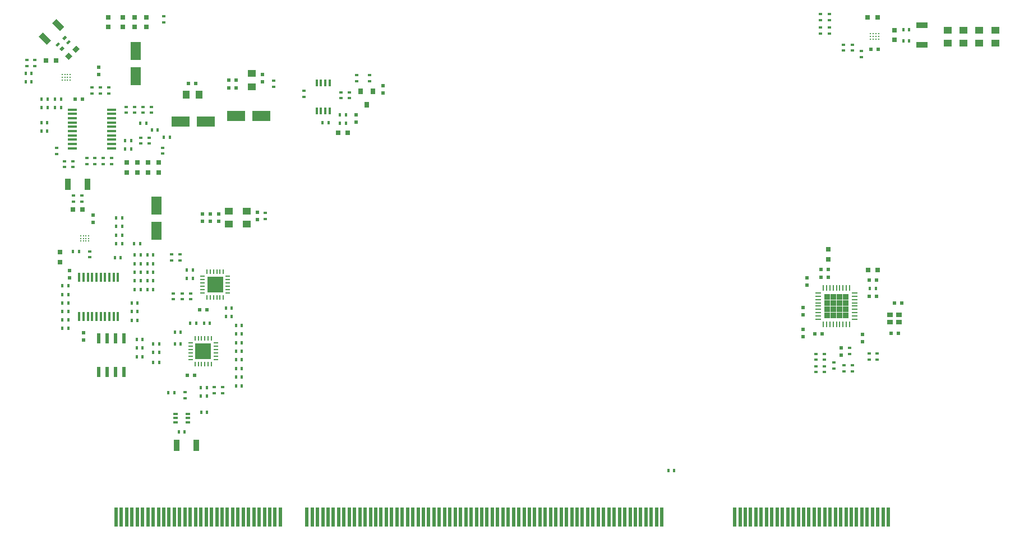
<source format=gbr>
G04 #@! TF.GenerationSoftware,KiCad,Pcbnew,(5.1.6)-1*
G04 #@! TF.CreationDate,2021-11-02T14:31:17+01:00*
G04 #@! TF.ProjectId,Riser Tioga Pass 2OU 2xPCIe x16,52697365-7220-4546-996f-676120506173,rev?*
G04 #@! TF.SameCoordinates,PX328b740PY3211620*
G04 #@! TF.FileFunction,Paste,Top*
G04 #@! TF.FilePolarity,Positive*
%FSLAX46Y46*%
G04 Gerber Fmt 4.6, Leading zero omitted, Abs format (unit mm)*
G04 Created by KiCad (PCBNEW (5.1.6)-1) date 2021-11-02 14:31:17*
%MOMM*%
%LPD*%
G01*
G04 APERTURE LIST*
%ADD10R,0.400000X0.600000*%
%ADD11R,0.600000X0.400000*%
%ADD12R,0.500000X0.600000*%
%ADD13R,0.600000X0.500000*%
%ADD14R,0.800000X0.750000*%
%ADD15R,1.250000X1.000000*%
%ADD16R,0.750000X0.800000*%
%ADD17R,1.000000X1.250000*%
%ADD18C,0.100000*%
%ADD19R,0.650000X0.400000*%
%ADD20R,0.900000X1.700000*%
%ADD21R,1.700000X0.900000*%
%ADD22R,0.800000X0.900000*%
%ADD23R,0.490000X1.524000*%
%ADD24R,0.827000X0.827000*%
%ADD25R,0.900000X0.280000*%
%ADD26R,0.280000X0.900000*%
%ADD27R,0.900000X0.800000*%
%ADD28R,0.550000X3.000000*%
%ADD29R,1.450000X0.450000*%
%ADD30R,0.450000X1.450000*%
%ADD31R,2.800000X1.600000*%
%ADD32R,1.600000X2.800000*%
%ADD33R,0.400000X1.100000*%
%ADD34C,0.230000*%
%ADD35R,0.700000X0.280000*%
%ADD36R,0.280000X0.700000*%
%ADD37R,2.450000X2.450000*%
G04 APERTURE END LIST*
D10*
X22400000Y-51700000D03*
X23300000Y-51700000D03*
X27150000Y-62200000D03*
X26250000Y-62200000D03*
D11*
X127950000Y-52125000D03*
X127950000Y-53025000D03*
D10*
X34900000Y-55200000D03*
X35800000Y-55200000D03*
D12*
X57100000Y-9900000D03*
X57100000Y-11000000D03*
D13*
X11700000Y-11850000D03*
X10600000Y-11850000D03*
D12*
X9750000Y-37800000D03*
X9750000Y-38900000D03*
X11900000Y-47200000D03*
X11900000Y-48300000D03*
D13*
X124300000Y-37650000D03*
X123200000Y-37650000D03*
D12*
X126300000Y-50600000D03*
X126300000Y-49500000D03*
D13*
X123200000Y-38850000D03*
X124300000Y-38850000D03*
D14*
X131800000Y-37750000D03*
X130300000Y-37750000D03*
D13*
X130500000Y-39200000D03*
X131600000Y-39200000D03*
D12*
X129450000Y-47425000D03*
X129450000Y-48525000D03*
D13*
X122250000Y-47350000D03*
X123350000Y-47350000D03*
D12*
X120550000Y-47775000D03*
X120550000Y-46675000D03*
X121100000Y-40025000D03*
X121100000Y-38925000D03*
X120550000Y-44500000D03*
X120550000Y-43400000D03*
D13*
X130500000Y-41725000D03*
X131600000Y-41725000D03*
X135400000Y-42675000D03*
X134300000Y-42675000D03*
X133800000Y-47250000D03*
X134900000Y-47250000D03*
D15*
X36500000Y-30800000D03*
X36500000Y-28800000D03*
D16*
X18400000Y-21450000D03*
X18400000Y-22950000D03*
D15*
X33850000Y-28800000D03*
X33850000Y-30800000D03*
D12*
X38100000Y-30100000D03*
X38100000Y-29000000D03*
D14*
X11750000Y-28600000D03*
X10250000Y-28600000D03*
D16*
X20000000Y-22950000D03*
X20000000Y-21450000D03*
D12*
X29850000Y-29250000D03*
X29850000Y-30350000D03*
D16*
X21600000Y-22950000D03*
X21600000Y-21450000D03*
D12*
X32250000Y-30350000D03*
X32250000Y-29250000D03*
X13300000Y-30550000D03*
X13300000Y-29450000D03*
D16*
X23200000Y-22950000D03*
X23200000Y-21450000D03*
D12*
X31050000Y-29250000D03*
X31050000Y-30350000D03*
D16*
X8350000Y-36500000D03*
X8350000Y-35000000D03*
D15*
X37250000Y-8000000D03*
X37250000Y-10000000D03*
D16*
X15600000Y-1000000D03*
X15600000Y500000D03*
D17*
X27350000Y-11250000D03*
X29350000Y-11250000D03*
D12*
X38900000Y-9300000D03*
X38900000Y-8200000D03*
D18*
G36*
X10712652Y-4867678D02*
G01*
X10182322Y-4337348D01*
X10748008Y-3771662D01*
X11278338Y-4301992D01*
X10712652Y-4867678D01*
G37*
G36*
X9651992Y-5928338D02*
G01*
X9121662Y-5398008D01*
X9687348Y-4832322D01*
X10217678Y-5362652D01*
X9651992Y-5928338D01*
G37*
D16*
X17800000Y500000D03*
X17800000Y-1000000D03*
D13*
X28850000Y-9550000D03*
X27750000Y-9550000D03*
D16*
X19600000Y-1000000D03*
X19600000Y500000D03*
D13*
X34900000Y-9000000D03*
X33800000Y-9000000D03*
D12*
X14150000Y-7050000D03*
X14150000Y-8150000D03*
D16*
X21400000Y500000D03*
X21400000Y-1000000D03*
D13*
X33800000Y-10200000D03*
X34900000Y-10200000D03*
D14*
X6250000Y-6050000D03*
X7750000Y-6050000D03*
D13*
X29400000Y-43700000D03*
X30500000Y-43700000D03*
X28650000Y-53600000D03*
X27550000Y-53600000D03*
D15*
X142350000Y-3450000D03*
X142350000Y-1450000D03*
X144700000Y-1450000D03*
X144700000Y-3450000D03*
X147100000Y-3450000D03*
X147100000Y-1450000D03*
X149550000Y-1450000D03*
X149550000Y-3450000D03*
D16*
X134350000Y-1450000D03*
X134350000Y-2950000D03*
D13*
X130750000Y-4350000D03*
X131850000Y-4350000D03*
D14*
X131750000Y500000D03*
X130250000Y500000D03*
D12*
X53000000Y-15350000D03*
X53000000Y-14250000D03*
D16*
X124300000Y-36065300D03*
X124300000Y-34565300D03*
D19*
X25750000Y-60750000D03*
X25750000Y-59450000D03*
X27650000Y-60100000D03*
X25750000Y-60100000D03*
X27650000Y-59450000D03*
X27650000Y-60750000D03*
D11*
X27200000Y-57100000D03*
X27200000Y-56200000D03*
D10*
X25600000Y-56250000D03*
X24700000Y-56250000D03*
X101050000Y-68050000D03*
X100150000Y-68050000D03*
D20*
X28875000Y-64200000D03*
X25975000Y-64200000D03*
D10*
X47950000Y-15450000D03*
X48850000Y-15450000D03*
X50600000Y-15550000D03*
X51500000Y-15550000D03*
X51500000Y-14250000D03*
X50600000Y-14250000D03*
D11*
X52050000Y-11750000D03*
X52050000Y-10850000D03*
X50750000Y-11750000D03*
X50750000Y-10850000D03*
X45150000Y-10650000D03*
X45150000Y-11550000D03*
X40550000Y-9100000D03*
X40550000Y-10000000D03*
D10*
X19600000Y-40650000D03*
X20500000Y-40650000D03*
X19600000Y-39350000D03*
X20500000Y-39350000D03*
D11*
X25150000Y-36250000D03*
X25150000Y-35350000D03*
D10*
X9600000Y-41400000D03*
X8700000Y-41400000D03*
X8700000Y-44000000D03*
X9600000Y-44000000D03*
X8700000Y-46500000D03*
X9600000Y-46500000D03*
X19900000Y-48200000D03*
X20800000Y-48200000D03*
X20800000Y-49500000D03*
X19900000Y-49500000D03*
X23100000Y-16550000D03*
X22200000Y-16550000D03*
D11*
X20500000Y-17700000D03*
X20500000Y-18600000D03*
X19600000Y-13950000D03*
X19600000Y-13050000D03*
X20850000Y-13050000D03*
X20850000Y-13950000D03*
X15725000Y-10150000D03*
X15725000Y-11050000D03*
X14425000Y-11050000D03*
X14425000Y-10150000D03*
D10*
X5500000Y-16750000D03*
X6400000Y-16750000D03*
X5550000Y-13150000D03*
X6450000Y-13150000D03*
D11*
X9000000Y-22150000D03*
X9000000Y-21250000D03*
X10250000Y-21250000D03*
X10250000Y-22150000D03*
D10*
X19150000Y-45300000D03*
X20050000Y-45300000D03*
X20050000Y-44000000D03*
X19150000Y-44000000D03*
X19150000Y-42700000D03*
X20050000Y-42700000D03*
D11*
X7850000Y-19250000D03*
X7850000Y-20150000D03*
D10*
X30550000Y-59250000D03*
X29650000Y-59250000D03*
D11*
X13125000Y-11050000D03*
X13125000Y-10150000D03*
D10*
X8700000Y-45250000D03*
X9600000Y-45250000D03*
X16600000Y-35850000D03*
X17500000Y-35850000D03*
X9600000Y-42700000D03*
X8700000Y-42700000D03*
X8500000Y-13150000D03*
X7600000Y-13150000D03*
X20800000Y-50800000D03*
X19900000Y-50800000D03*
X19050000Y-18150000D03*
X18150000Y-18150000D03*
X18150000Y-19400000D03*
X19050000Y-19400000D03*
X22400000Y-38050000D03*
X21500000Y-38050000D03*
X19600000Y-38050000D03*
X20500000Y-38050000D03*
D11*
X14850000Y-21700000D03*
X14850000Y-20800000D03*
X16100000Y-21700000D03*
X16100000Y-20800000D03*
D10*
X22400000Y-36750000D03*
X21500000Y-36750000D03*
X19600000Y-36750000D03*
X20500000Y-36750000D03*
D11*
X13600000Y-21700000D03*
X13600000Y-20800000D03*
X12350000Y-21700000D03*
X12350000Y-20800000D03*
D10*
X21500000Y-35450000D03*
X22400000Y-35450000D03*
X19600000Y-35450000D03*
X20500000Y-35450000D03*
D11*
X126650000Y-53025000D03*
X126650000Y-52125000D03*
X127550000Y-49500000D03*
X127550000Y-50400000D03*
X125175000Y-52600000D03*
X125175000Y-51700000D03*
D10*
X131500000Y-40475000D03*
X130600000Y-40475000D03*
D11*
X123750000Y-53150000D03*
X123750000Y-52250000D03*
X122450000Y-52250000D03*
X122450000Y-53150000D03*
X131700000Y-50325000D03*
X131700000Y-51225000D03*
X130500000Y-51225000D03*
X130500000Y-50325000D03*
X122450000Y-51300000D03*
X122450000Y-50400000D03*
X123750000Y-50400000D03*
X123750000Y-51300000D03*
X55100000Y-8250000D03*
X55100000Y-9150000D03*
D10*
X24000000Y-17650000D03*
X24900000Y-17650000D03*
D11*
X21750000Y-17700000D03*
X21750000Y-18600000D03*
X39300000Y-29100000D03*
X39300000Y-30000000D03*
D10*
X35800000Y-53900000D03*
X34900000Y-53900000D03*
X34900000Y-52600000D03*
X35800000Y-52600000D03*
X35800000Y-51300000D03*
X34900000Y-51300000D03*
D11*
X23850000Y-19225000D03*
X23850000Y-20125000D03*
D10*
X22400000Y-40650000D03*
X21500000Y-40650000D03*
X22400000Y-39350000D03*
X21500000Y-39350000D03*
D20*
X9550000Y-24750000D03*
X12450000Y-24750000D03*
D11*
X10350000Y-26450000D03*
X10350000Y-27350000D03*
X11650000Y-26450000D03*
X11650000Y-27350000D03*
D10*
X17700000Y-31150000D03*
X16800000Y-31150000D03*
X16800000Y-29850000D03*
X17700000Y-29850000D03*
X16800000Y-32450000D03*
X17700000Y-32450000D03*
D11*
X12800000Y-35800000D03*
X12800000Y-34900000D03*
D10*
X10300000Y-34900000D03*
X11200000Y-34900000D03*
X17700000Y-33750000D03*
X16800000Y-33750000D03*
X20400000Y-33750000D03*
X19500000Y-33750000D03*
D11*
X18350000Y-13050000D03*
X18350000Y-13950000D03*
X22100000Y-13950000D03*
X22100000Y-13050000D03*
D10*
X21350000Y-15550000D03*
X20450000Y-15550000D03*
X35800000Y-50000000D03*
X34900000Y-50000000D03*
X35800000Y-48700000D03*
X34900000Y-48700000D03*
X35800000Y-47400000D03*
X34900000Y-47400000D03*
X34900000Y-46100000D03*
X35800000Y-46100000D03*
D11*
X24000000Y-300000D03*
X24000000Y600000D03*
X26450000Y-36250000D03*
X26450000Y-35350000D03*
D10*
X8700000Y-40100000D03*
X9600000Y-40100000D03*
D18*
G36*
X6307538Y-3644544D02*
G01*
X5105456Y-2442462D01*
X5741852Y-1806066D01*
X6943934Y-3008148D01*
X6307538Y-3644544D01*
G37*
G36*
X8358148Y-1593934D02*
G01*
X7156066Y-391852D01*
X7792462Y244544D01*
X8994544Y-957538D01*
X8358148Y-1593934D01*
G37*
G36*
X8335355Y-3511091D02*
G01*
X7911091Y-3935355D01*
X7628249Y-3652513D01*
X8052513Y-3228249D01*
X8335355Y-3511091D01*
G37*
G36*
X8971751Y-4147487D02*
G01*
X8547487Y-4571751D01*
X8264645Y-4288909D01*
X8688909Y-3864645D01*
X8971751Y-4147487D01*
G37*
G36*
X9335355Y-2561091D02*
G01*
X8911091Y-2985355D01*
X8628249Y-2702513D01*
X9052513Y-2278249D01*
X9335355Y-2561091D01*
G37*
G36*
X9971751Y-3197487D02*
G01*
X9547487Y-3621751D01*
X9264645Y-3338909D01*
X9688909Y-2914645D01*
X9971751Y-3197487D01*
G37*
D10*
X5550000Y-11850000D03*
X6450000Y-11850000D03*
X5500000Y-15450000D03*
X6400000Y-15450000D03*
X8500000Y-11850000D03*
X7600000Y-11850000D03*
D11*
X3300000Y-6000000D03*
X3300000Y-6900000D03*
X4550000Y-6000000D03*
X4550000Y-6900000D03*
D10*
X3150000Y-9250000D03*
X4050000Y-9250000D03*
X3150000Y-8000000D03*
X4050000Y-8000000D03*
D11*
X28050000Y-42150000D03*
X28050000Y-41250000D03*
X26750000Y-42150000D03*
X26750000Y-41250000D03*
X25450000Y-41250000D03*
X25450000Y-42150000D03*
D10*
X22400000Y-48850000D03*
X23300000Y-48850000D03*
X23300000Y-50150000D03*
X22400000Y-50150000D03*
X28400000Y-39000000D03*
X27500000Y-39000000D03*
X28400000Y-37750000D03*
X27500000Y-37750000D03*
X25650000Y-47100000D03*
X26550000Y-47100000D03*
X26550000Y-48850000D03*
X25650000Y-48850000D03*
X30050000Y-45800000D03*
X30950000Y-45800000D03*
X28900000Y-45800000D03*
X28000000Y-45800000D03*
X30500000Y-55500000D03*
X29600000Y-55500000D03*
X30500000Y-56750000D03*
X29600000Y-56750000D03*
X34250000Y-44750000D03*
X33350000Y-44750000D03*
X34250000Y-43500000D03*
X33350000Y-43500000D03*
D11*
X32850000Y-55400000D03*
X32850000Y-56300000D03*
X31600000Y-55400000D03*
X31600000Y-56300000D03*
D21*
X138450000Y-3650000D03*
X138450000Y-750000D03*
D10*
X135650000Y-1400000D03*
X136550000Y-1400000D03*
X135650000Y-3050000D03*
X136550000Y-3050000D03*
D11*
X127950000Y-4550000D03*
X127950000Y-3650000D03*
X129300000Y-4650000D03*
X129300000Y-5550000D03*
X126600000Y-4550000D03*
X126600000Y-3650000D03*
X123100000Y950000D03*
X123100000Y50000D03*
X124500000Y50000D03*
X124500000Y950000D03*
X123100000Y-1950000D03*
X123100000Y-1050000D03*
X124500000Y-1950000D03*
X124500000Y-1050000D03*
D22*
X54650000Y-12700000D03*
X53700000Y-10700000D03*
X55600000Y-10700000D03*
D23*
X14150000Y-53085000D03*
X15420000Y-53085000D03*
X16690000Y-53085000D03*
X17960000Y-53085000D03*
X17960000Y-48005000D03*
X16690000Y-48005000D03*
X15420000Y-48005000D03*
X14150000Y-48005000D03*
D24*
X124162500Y-41787500D03*
X125087500Y-41787500D03*
X124162500Y-43637500D03*
X124162500Y-42712500D03*
X125087500Y-42712500D03*
X125087500Y-43637500D03*
X125087500Y-44562500D03*
X124162500Y-44562500D03*
X126937500Y-44562500D03*
X126012500Y-43637500D03*
X126012500Y-42712500D03*
X126012500Y-41787500D03*
X126937500Y-41787500D03*
X126937500Y-42712500D03*
X126937500Y-43637500D03*
X126012500Y-44562500D03*
D25*
X128325000Y-41175000D03*
X128325000Y-41675000D03*
X128325000Y-42175000D03*
X128325000Y-42675000D03*
X128325000Y-43175000D03*
X128325000Y-43675000D03*
X128325000Y-44175000D03*
X128325000Y-44675000D03*
X128325000Y-45175000D03*
D26*
X127550000Y-45950000D03*
X127050000Y-45950000D03*
X126550000Y-45950000D03*
X126050000Y-45950000D03*
X125550000Y-45950000D03*
X125050000Y-45950000D03*
X124550000Y-45950000D03*
X124050000Y-45950000D03*
X123550000Y-45950000D03*
D25*
X122775000Y-45175000D03*
X122775000Y-44675000D03*
X122775000Y-44175000D03*
X122775000Y-43675000D03*
X122775000Y-43175000D03*
X122775000Y-42675000D03*
X122775000Y-42175000D03*
X122775000Y-41675000D03*
X122775000Y-41175000D03*
D26*
X123550000Y-40400000D03*
X124050000Y-40400000D03*
X124550000Y-40400000D03*
X125050000Y-40400000D03*
X125550000Y-40400000D03*
X126050000Y-40400000D03*
X126550000Y-40400000D03*
X127050000Y-40400000D03*
X127550000Y-40400000D03*
D27*
X135025000Y-45625000D03*
X133625000Y-45625000D03*
X133625000Y-44525000D03*
X135025000Y-44525000D03*
D28*
X16795000Y-75080000D03*
X17595000Y-75080000D03*
X18395000Y-75080000D03*
X19195000Y-75080000D03*
X19995000Y-75080000D03*
X20795000Y-75080000D03*
X21595000Y-75080000D03*
X22395000Y-75080000D03*
X23195000Y-75080000D03*
X23995000Y-75080000D03*
X24795000Y-75080000D03*
X25595000Y-75080000D03*
X26395000Y-75080000D03*
X27195000Y-75080000D03*
X27995000Y-75080000D03*
X28795000Y-75080000D03*
X29595000Y-75080000D03*
X30395000Y-75080000D03*
X31195000Y-75080000D03*
X31995000Y-75080000D03*
X32795000Y-75080000D03*
X33595000Y-75080000D03*
X34395000Y-75080000D03*
X35195000Y-75080000D03*
X35995000Y-75080000D03*
X36795000Y-75080000D03*
X37595000Y-75080000D03*
X38395000Y-75080000D03*
X39195000Y-75080000D03*
X39995000Y-75080000D03*
X40795000Y-75080000D03*
X41595000Y-75080000D03*
X45595000Y-75080000D03*
X46395000Y-75080000D03*
X47195000Y-75080000D03*
X47995000Y-75080000D03*
X48795000Y-75080000D03*
X49595000Y-75080000D03*
X50395000Y-75080000D03*
X51195000Y-75080000D03*
X51995000Y-75080000D03*
X52795000Y-75080000D03*
X53595000Y-75080000D03*
X54395000Y-75080000D03*
X55195000Y-75080000D03*
X55995000Y-75080000D03*
X56795000Y-75080000D03*
X57595000Y-75080000D03*
X58395000Y-75080000D03*
X59195000Y-75080000D03*
X59995000Y-75080000D03*
X60795000Y-75080000D03*
X61595000Y-75080000D03*
X62395000Y-75080000D03*
X63195000Y-75080000D03*
X63995000Y-75080000D03*
X64795000Y-75080000D03*
X65595000Y-75080000D03*
X66395000Y-75080000D03*
X67195000Y-75080000D03*
X67995000Y-75080000D03*
X68795000Y-75080000D03*
X69595000Y-75080000D03*
X70395000Y-75080000D03*
X71195000Y-75080000D03*
X71995000Y-75080000D03*
X72795000Y-75080000D03*
X73595000Y-75080000D03*
X74395000Y-75080000D03*
X75195000Y-75080000D03*
X75995000Y-75080000D03*
X76795000Y-75080000D03*
X77595000Y-75080000D03*
X78395000Y-75080000D03*
X79195000Y-75080000D03*
X79995000Y-75080000D03*
X80795000Y-75080000D03*
X81595000Y-75080000D03*
X82395000Y-75080000D03*
X83195000Y-75080000D03*
X83995000Y-75080000D03*
X84795000Y-75080000D03*
X85595000Y-75080000D03*
X86395000Y-75080000D03*
X87195000Y-75080000D03*
X87995000Y-75080000D03*
X88795000Y-75080000D03*
X89595000Y-75080000D03*
X90395000Y-75080000D03*
X91195000Y-75080000D03*
X91995000Y-75080000D03*
X92795000Y-75080000D03*
X93595000Y-75080000D03*
X94395000Y-75080000D03*
X95195000Y-75080000D03*
X95995000Y-75080000D03*
X96795000Y-75080000D03*
X97595000Y-75080000D03*
X98395000Y-75080000D03*
X99195000Y-75080000D03*
X132595000Y-75080000D03*
X133395000Y-75080000D03*
X112595000Y-75080000D03*
X110195000Y-75080000D03*
X111795000Y-75080000D03*
X110995000Y-75080000D03*
X126195000Y-75080000D03*
X127795000Y-75080000D03*
X126995000Y-75080000D03*
X128595000Y-75080000D03*
X129395000Y-75080000D03*
X131795000Y-75080000D03*
X130995000Y-75080000D03*
X130195000Y-75080000D03*
X115795000Y-75080000D03*
X114195000Y-75080000D03*
X114995000Y-75080000D03*
X113395000Y-75080000D03*
X116595000Y-75080000D03*
X118995000Y-75080000D03*
X117395000Y-75080000D03*
X118195000Y-75080000D03*
X123795000Y-75080000D03*
X122995000Y-75080000D03*
X125395000Y-75080000D03*
X124595000Y-75080000D03*
X121395000Y-75080000D03*
X119795000Y-75080000D03*
X122195000Y-75080000D03*
X120595000Y-75080000D03*
D29*
X10200000Y-19325000D03*
X10200000Y-18675000D03*
X10200000Y-18025000D03*
X10200000Y-17375000D03*
X10200000Y-16725000D03*
X10200000Y-16075000D03*
X10200000Y-15425000D03*
X10200000Y-14775000D03*
X10200000Y-14125000D03*
X10200000Y-13475000D03*
X16100000Y-13475000D03*
X16100000Y-14125000D03*
X16100000Y-14775000D03*
X16100000Y-15425000D03*
X16100000Y-16075000D03*
X16100000Y-16725000D03*
X16100000Y-17375000D03*
X16100000Y-18025000D03*
X16100000Y-18675000D03*
X16100000Y-19325000D03*
D30*
X17075000Y-44700000D03*
X16425000Y-44700000D03*
X15775000Y-44700000D03*
X15125000Y-44700000D03*
X14475000Y-44700000D03*
X13825000Y-44700000D03*
X13175000Y-44700000D03*
X12525000Y-44700000D03*
X11875000Y-44700000D03*
X11225000Y-44700000D03*
X11225000Y-38800000D03*
X11875000Y-38800000D03*
X12525000Y-38800000D03*
X13175000Y-38800000D03*
X13825000Y-38800000D03*
X14475000Y-38800000D03*
X15125000Y-38800000D03*
X15775000Y-38800000D03*
X16425000Y-38800000D03*
X17075000Y-38800000D03*
D31*
X34950000Y-14400000D03*
X38750000Y-14400000D03*
X26550000Y-15250000D03*
X30350000Y-15250000D03*
D32*
X22850000Y-28000000D03*
X22850000Y-31800000D03*
X19750000Y-8400000D03*
X19750000Y-4600000D03*
D33*
X47075000Y-13700000D03*
X47725000Y-13700000D03*
X48375000Y-13700000D03*
X49025000Y-13700000D03*
X49025000Y-9400000D03*
X48375000Y-9400000D03*
X47725000Y-9400000D03*
X47075000Y-9400000D03*
D14*
X50300000Y-16950000D03*
X51800000Y-16950000D03*
D11*
X53100000Y-8250000D03*
X53100000Y-9150000D03*
D34*
X130700000Y-2800000D03*
X131100000Y-2800000D03*
X131500000Y-2800000D03*
X131900000Y-2800000D03*
X130700000Y-2400000D03*
X131100000Y-2400000D03*
X131500000Y-2400000D03*
X131900000Y-2400000D03*
X130700000Y-2000000D03*
X131100000Y-2000000D03*
X131500000Y-2000000D03*
X131900000Y-2000000D03*
X12650000Y-32550000D03*
X12250000Y-32550000D03*
X11850000Y-32550000D03*
X11450000Y-32550000D03*
X12650000Y-32950000D03*
X12250000Y-32950000D03*
X11850000Y-32950000D03*
X11450000Y-32950000D03*
X12650000Y-33350000D03*
X12250000Y-33350000D03*
X11850000Y-33350000D03*
X11450000Y-33350000D03*
X8650000Y-9000000D03*
X9050000Y-9000000D03*
X9450000Y-9000000D03*
X9850000Y-9000000D03*
X8650000Y-8600000D03*
X9050000Y-8600000D03*
X9450000Y-8600000D03*
X9850000Y-8600000D03*
X8650000Y-8200000D03*
X9050000Y-8200000D03*
X9450000Y-8200000D03*
X9850000Y-8200000D03*
D35*
X33680000Y-41150000D03*
X33680000Y-40650000D03*
X33680000Y-40150000D03*
X33680000Y-39650000D03*
X33680000Y-39150000D03*
X33680000Y-38650000D03*
D36*
X33000000Y-37970000D03*
X32500000Y-37970000D03*
X32000000Y-37970000D03*
X31500000Y-37970000D03*
X31000000Y-37970000D03*
X30500000Y-37970000D03*
D35*
X29820000Y-38650000D03*
X29820000Y-39150000D03*
X29820000Y-39650000D03*
X29820000Y-40150000D03*
X29820000Y-40650000D03*
X29820000Y-41150000D03*
D36*
X30500000Y-41830000D03*
X31000000Y-41830000D03*
X31500000Y-41830000D03*
X32000000Y-41830000D03*
X32500000Y-41830000D03*
X33000000Y-41830000D03*
D37*
X31750000Y-39900000D03*
X29950000Y-50000000D03*
D36*
X31200000Y-51930000D03*
X30700000Y-51930000D03*
X30200000Y-51930000D03*
X29700000Y-51930000D03*
X29200000Y-51930000D03*
X28700000Y-51930000D03*
D35*
X28020000Y-51250000D03*
X28020000Y-50750000D03*
X28020000Y-50250000D03*
X28020000Y-49750000D03*
X28020000Y-49250000D03*
X28020000Y-48750000D03*
D36*
X28700000Y-48070000D03*
X29200000Y-48070000D03*
X29700000Y-48070000D03*
X30200000Y-48070000D03*
X30700000Y-48070000D03*
X31200000Y-48070000D03*
D35*
X31880000Y-48750000D03*
X31880000Y-49250000D03*
X31880000Y-49750000D03*
X31880000Y-50250000D03*
X31880000Y-50750000D03*
X31880000Y-51250000D03*
M02*

</source>
